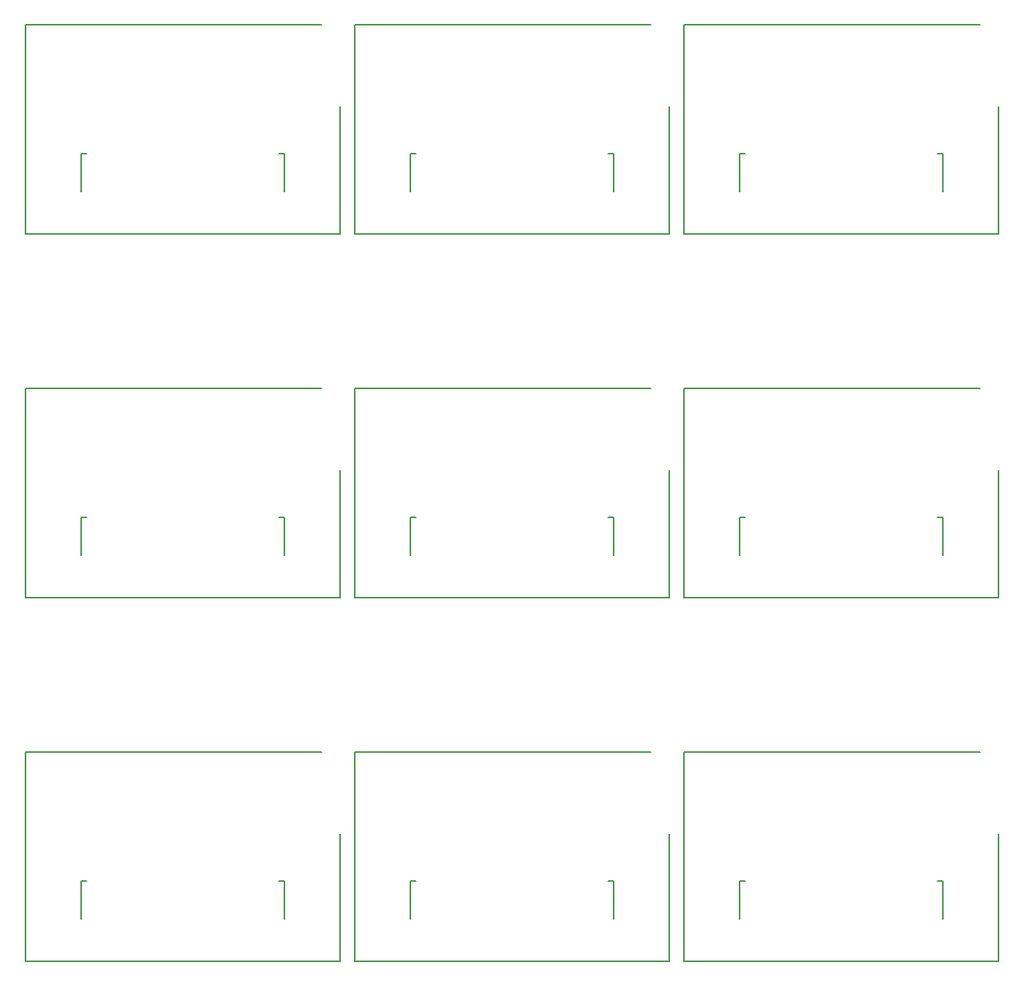
<source format=gbo>
G04 EAGLE Gerber RS-274X export*
G75*
%MOMM*%
%FSLAX34Y34*%
%LPD*%
%INSilkscreen Bottom*%
%IPPOS*%
%AMOC8*
5,1,8,0,0,1.08239X$1,22.5*%
G01*
%ADD10C,0.203200*%
%ADD11C,0.200000*%


D10*
X5300Y69150D02*
X350300Y69150D01*
X330200Y299150D02*
X5300Y299150D01*
X5300Y69150D01*
X350300Y69150D02*
X350300Y209550D01*
X365980Y69150D02*
X710980Y69150D01*
X690880Y299150D02*
X365980Y299150D01*
X365980Y69150D01*
X710980Y69150D02*
X710980Y209550D01*
X726660Y69150D02*
X1071660Y69150D01*
X1051560Y299150D02*
X726660Y299150D01*
X726660Y69150D01*
X1071660Y69150D02*
X1071660Y209550D01*
X350300Y467930D02*
X5300Y467930D01*
X5300Y697930D02*
X330200Y697930D01*
X5300Y697930D02*
X5300Y467930D01*
X350300Y467930D02*
X350300Y608330D01*
X365980Y467930D02*
X710980Y467930D01*
X690880Y697930D02*
X365980Y697930D01*
X365980Y467930D01*
X710980Y467930D02*
X710980Y608330D01*
X726660Y467930D02*
X1071660Y467930D01*
X1051560Y697930D02*
X726660Y697930D01*
X726660Y467930D01*
X1071660Y467930D02*
X1071660Y608330D01*
X350300Y866710D02*
X5300Y866710D01*
X5300Y1096710D02*
X330200Y1096710D01*
X5300Y1096710D02*
X5300Y866710D01*
X350300Y866710D02*
X350300Y1007110D01*
X365980Y866710D02*
X710980Y866710D01*
X690880Y1096710D02*
X365980Y1096710D01*
X365980Y866710D01*
X710980Y866710D02*
X710980Y1007110D01*
X726660Y866710D02*
X1071660Y866710D01*
X1051560Y1096710D02*
X726660Y1096710D01*
X726660Y866710D01*
X1071660Y866710D02*
X1071660Y1007110D01*
D11*
X72050Y157550D02*
X66300Y157550D01*
X66300Y116050D01*
X283550Y157550D02*
X289300Y157550D01*
X289300Y116050D01*
X426980Y157550D02*
X432730Y157550D01*
X426980Y157550D02*
X426980Y116050D01*
X644230Y157550D02*
X649980Y157550D01*
X649980Y116050D01*
X787660Y157550D02*
X793410Y157550D01*
X787660Y157550D02*
X787660Y116050D01*
X1004910Y157550D02*
X1010660Y157550D01*
X1010660Y116050D01*
X72050Y556330D02*
X66300Y556330D01*
X66300Y514830D01*
X283550Y556330D02*
X289300Y556330D01*
X289300Y514830D01*
X426980Y556330D02*
X432730Y556330D01*
X426980Y556330D02*
X426980Y514830D01*
X644230Y556330D02*
X649980Y556330D01*
X649980Y514830D01*
X787660Y556330D02*
X793410Y556330D01*
X787660Y556330D02*
X787660Y514830D01*
X1004910Y556330D02*
X1010660Y556330D01*
X1010660Y514830D01*
X72050Y955110D02*
X66300Y955110D01*
X66300Y913610D01*
X283550Y955110D02*
X289300Y955110D01*
X289300Y913610D01*
X426980Y955110D02*
X432730Y955110D01*
X426980Y955110D02*
X426980Y913610D01*
X644230Y955110D02*
X649980Y955110D01*
X649980Y913610D01*
X787660Y955110D02*
X793410Y955110D01*
X787660Y955110D02*
X787660Y913610D01*
X1004910Y955110D02*
X1010660Y955110D01*
X1010660Y913610D01*
M02*

</source>
